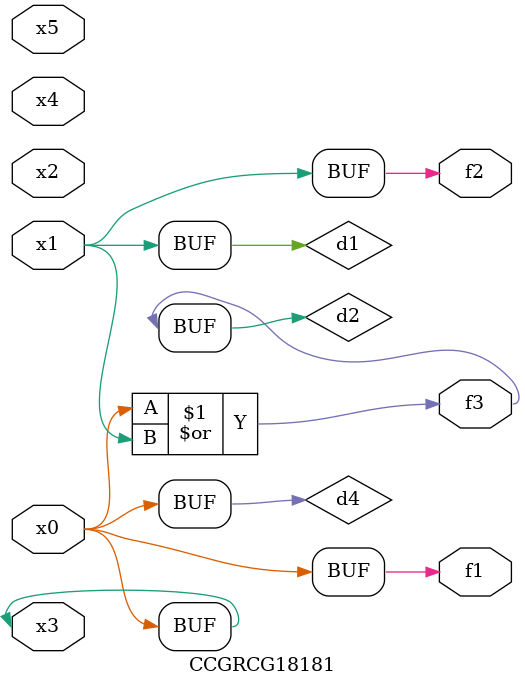
<source format=v>
module CCGRCG18181(
	input x0, x1, x2, x3, x4, x5,
	output f1, f2, f3
);

	wire d1, d2, d3, d4;

	and (d1, x1);
	or (d2, x0, x1);
	nand (d3, x0, x5);
	buf (d4, x0, x3);
	assign f1 = d4;
	assign f2 = d1;
	assign f3 = d2;
endmodule

</source>
